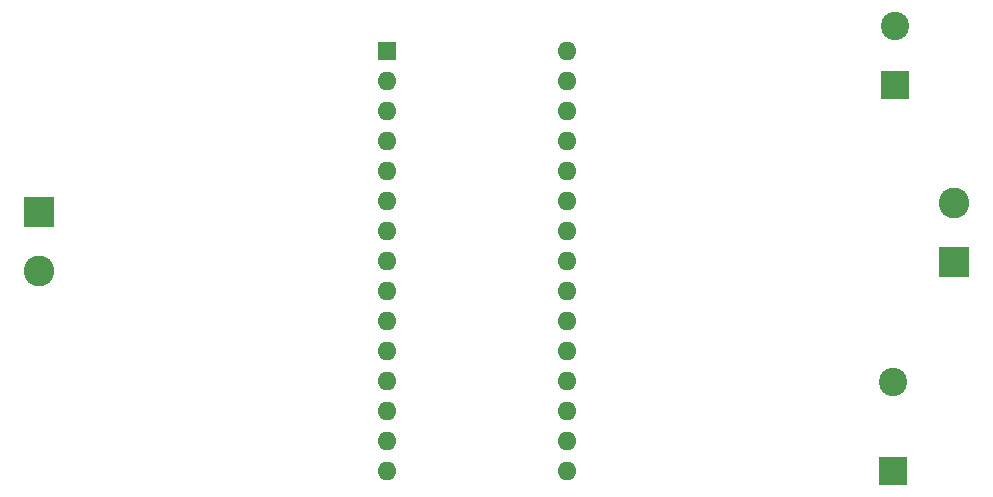
<source format=gbs>
G04 #@! TF.GenerationSoftware,KiCad,Pcbnew,(6.0.1-0)*
G04 #@! TF.CreationDate,2022-07-03T22:05:18+06:00*
G04 #@! TF.ProjectId,Inverter 50W,496e7665-7274-4657-9220-3530572e6b69,rev?*
G04 #@! TF.SameCoordinates,Original*
G04 #@! TF.FileFunction,Soldermask,Bot*
G04 #@! TF.FilePolarity,Negative*
%FSLAX46Y46*%
G04 Gerber Fmt 4.6, Leading zero omitted, Abs format (unit mm)*
G04 Created by KiCad (PCBNEW (6.0.1-0)) date 2022-07-03 22:05:18*
%MOMM*%
%LPD*%
G01*
G04 APERTURE LIST*
%ADD10R,2.600000X2.600000*%
%ADD11C,2.600000*%
%ADD12R,2.400000X2.400000*%
%ADD13C,2.400000*%
%ADD14R,1.600000X1.600000*%
%ADD15O,1.600000X1.600000*%
G04 APERTURE END LIST*
D10*
X130000000Y-92500000D03*
D11*
X130000000Y-87500000D03*
D10*
X52500000Y-88300000D03*
D11*
X52500000Y-93300000D03*
D12*
X125000000Y-77500000D03*
D13*
X125000000Y-72500000D03*
D12*
X124800000Y-110200000D03*
D13*
X124800000Y-102700000D03*
D14*
X81990000Y-74650000D03*
D15*
X81990000Y-77190000D03*
X81990000Y-79730000D03*
X81990000Y-82270000D03*
X81990000Y-84810000D03*
X81990000Y-87350000D03*
X81990000Y-89890000D03*
X81990000Y-92430000D03*
X81990000Y-94970000D03*
X81990000Y-97510000D03*
X81990000Y-100050000D03*
X81990000Y-102590000D03*
X81990000Y-105130000D03*
X81990000Y-107670000D03*
X81990000Y-110210000D03*
X97230000Y-110210000D03*
X97230000Y-107670000D03*
X97230000Y-105130000D03*
X97230000Y-102590000D03*
X97230000Y-100050000D03*
X97230000Y-97510000D03*
X97230000Y-94970000D03*
X97230000Y-92430000D03*
X97230000Y-89890000D03*
X97230000Y-87350000D03*
X97230000Y-84810000D03*
X97230000Y-82270000D03*
X97230000Y-79730000D03*
X97230000Y-77190000D03*
X97230000Y-74650000D03*
M02*

</source>
